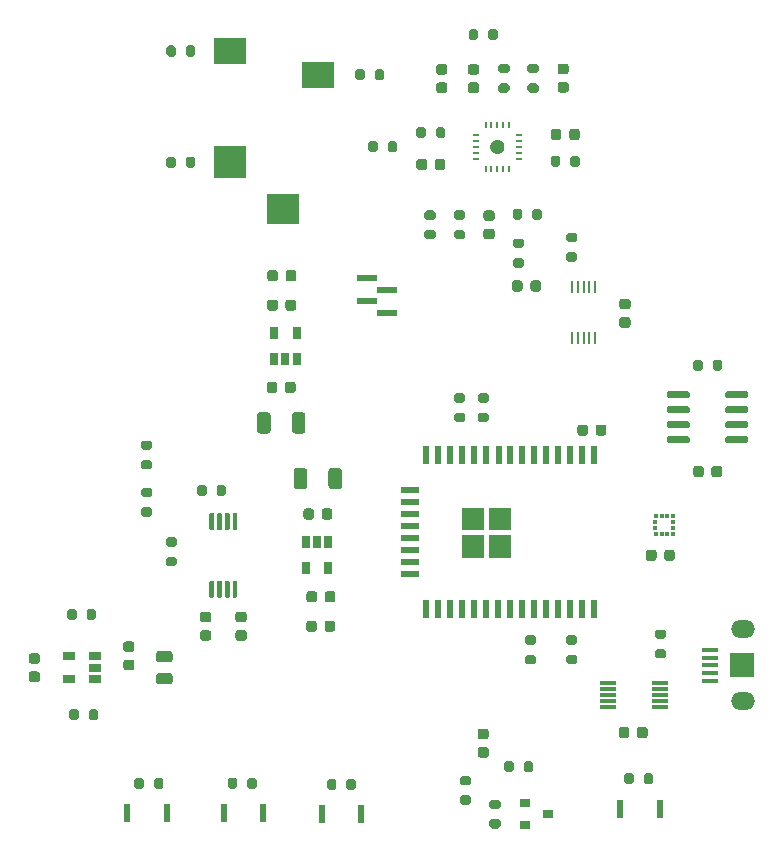
<source format=gbr>
%TF.GenerationSoftware,KiCad,Pcbnew,5.1.10-88a1d61d58~88~ubuntu20.04.1*%
%TF.CreationDate,2021-05-09T11:34:52+02:00*%
%TF.ProjectId,osw-light-modifiedv2,6f73772d-6c69-4676-9874-2d6d6f646966,rev?*%
%TF.SameCoordinates,Original*%
%TF.FileFunction,Paste,Top*%
%TF.FilePolarity,Positive*%
%FSLAX46Y46*%
G04 Gerber Fmt 4.6, Leading zero omitted, Abs format (unit mm)*
G04 Created by KiCad (PCBNEW 5.1.10-88a1d61d58~88~ubuntu20.04.1) date 2021-05-09 11:34:52*
%MOMM*%
%LPD*%
G01*
G04 APERTURE LIST*
%ADD10C,0.127000*%
%ADD11C,0.100000*%
%ADD12R,0.250000X0.500000*%
%ADD13R,0.500000X0.250000*%
%ADD14R,1.350000X0.400000*%
%ADD15O,2.000000X1.500000*%
%ADD16R,2.000000X2.000000*%
%ADD17R,1.400000X0.300000*%
%ADD18R,0.650000X1.060000*%
%ADD19R,0.250000X1.100000*%
%ADD20R,1.524000X0.600000*%
%ADD21R,0.600000X1.524000*%
%ADD22R,0.350000X0.375000*%
%ADD23R,0.375000X0.350000*%
%ADD24R,1.060000X0.650000*%
%ADD25R,0.500000X1.524000*%
%ADD26R,0.900000X0.800000*%
%ADD27R,2.800000X2.800000*%
%ADD28R,2.800000X2.600000*%
%ADD29R,2.800000X2.200000*%
%ADD30R,1.750000X0.600000*%
G04 APERTURE END LIST*
D10*
%TO.C,U3*%
G36*
X148700000Y-50392000D02*
G01*
X148726587Y-50392696D01*
X148753100Y-50394783D01*
X148779469Y-50398254D01*
X148805619Y-50403101D01*
X148831480Y-50409310D01*
X148856981Y-50416863D01*
X148882051Y-50425741D01*
X148906622Y-50435919D01*
X148930627Y-50447369D01*
X148954000Y-50460059D01*
X148976677Y-50473955D01*
X148998595Y-50489019D01*
X149019695Y-50505210D01*
X149039918Y-50522482D01*
X149059210Y-50540790D01*
X149077518Y-50560082D01*
X149094790Y-50580305D01*
X149110981Y-50601405D01*
X149126045Y-50623323D01*
X149139941Y-50646000D01*
X149152631Y-50669373D01*
X149164081Y-50693378D01*
X149174259Y-50717949D01*
X149183137Y-50743019D01*
X149190690Y-50768520D01*
X149196899Y-50794381D01*
X149201746Y-50820531D01*
X149205217Y-50846900D01*
X149207304Y-50873413D01*
X149208000Y-50900000D01*
X149207304Y-50926587D01*
X149205217Y-50953100D01*
X149201746Y-50979469D01*
X149196899Y-51005619D01*
X149190690Y-51031480D01*
X149183137Y-51056981D01*
X149174259Y-51082051D01*
X149164081Y-51106622D01*
X149152631Y-51130627D01*
X149139941Y-51154000D01*
X149126045Y-51176677D01*
X149110981Y-51198595D01*
X149094790Y-51219695D01*
X149077518Y-51239918D01*
X149059210Y-51259210D01*
X149039918Y-51277518D01*
X149019695Y-51294790D01*
X148998595Y-51310981D01*
X148976677Y-51326045D01*
X148954000Y-51339941D01*
X148930627Y-51352631D01*
X148906622Y-51364081D01*
X148882051Y-51374259D01*
X148856981Y-51383137D01*
X148831480Y-51390690D01*
X148805619Y-51396899D01*
X148779469Y-51401746D01*
X148753100Y-51405217D01*
X148726587Y-51407304D01*
X148700000Y-51408000D01*
X148673413Y-51407304D01*
X148646900Y-51405217D01*
X148620531Y-51401746D01*
X148594381Y-51396899D01*
X148568520Y-51390690D01*
X148543019Y-51383137D01*
X148517949Y-51374259D01*
X148493378Y-51364081D01*
X148469373Y-51352631D01*
X148446000Y-51339941D01*
X148423323Y-51326045D01*
X148401405Y-51310981D01*
X148380305Y-51294790D01*
X148360082Y-51277518D01*
X148340790Y-51259210D01*
X148322482Y-51239918D01*
X148305210Y-51219695D01*
X148289019Y-51198595D01*
X148273955Y-51176677D01*
X148260059Y-51154000D01*
X148247369Y-51130627D01*
X148235919Y-51106622D01*
X148225741Y-51082051D01*
X148216863Y-51056981D01*
X148209310Y-51031480D01*
X148203101Y-51005619D01*
X148198254Y-50979469D01*
X148194783Y-50953100D01*
X148192696Y-50926587D01*
X148192000Y-50900000D01*
X148192696Y-50873413D01*
X148194783Y-50846900D01*
X148198254Y-50820531D01*
X148203101Y-50794381D01*
X148209310Y-50768520D01*
X148216863Y-50743019D01*
X148225741Y-50717949D01*
X148235919Y-50693378D01*
X148247369Y-50669373D01*
X148260059Y-50646000D01*
X148273955Y-50623323D01*
X148289019Y-50601405D01*
X148305210Y-50580305D01*
X148322482Y-50560082D01*
X148340790Y-50540790D01*
X148360082Y-50522482D01*
X148380305Y-50505210D01*
X148401405Y-50489019D01*
X148423323Y-50473955D01*
X148446000Y-50460059D01*
X148469373Y-50447369D01*
X148493378Y-50435919D01*
X148517949Y-50425741D01*
X148543019Y-50416863D01*
X148568520Y-50409310D01*
X148594381Y-50403101D01*
X148620531Y-50398254D01*
X148646900Y-50394783D01*
X148673413Y-50392696D01*
X148700000Y-50392000D01*
G37*
X148700000Y-50392000D02*
X148726587Y-50392696D01*
X148753100Y-50394783D01*
X148779469Y-50398254D01*
X148805619Y-50403101D01*
X148831480Y-50409310D01*
X148856981Y-50416863D01*
X148882051Y-50425741D01*
X148906622Y-50435919D01*
X148930627Y-50447369D01*
X148954000Y-50460059D01*
X148976677Y-50473955D01*
X148998595Y-50489019D01*
X149019695Y-50505210D01*
X149039918Y-50522482D01*
X149059210Y-50540790D01*
X149077518Y-50560082D01*
X149094790Y-50580305D01*
X149110981Y-50601405D01*
X149126045Y-50623323D01*
X149139941Y-50646000D01*
X149152631Y-50669373D01*
X149164081Y-50693378D01*
X149174259Y-50717949D01*
X149183137Y-50743019D01*
X149190690Y-50768520D01*
X149196899Y-50794381D01*
X149201746Y-50820531D01*
X149205217Y-50846900D01*
X149207304Y-50873413D01*
X149208000Y-50900000D01*
X149207304Y-50926587D01*
X149205217Y-50953100D01*
X149201746Y-50979469D01*
X149196899Y-51005619D01*
X149190690Y-51031480D01*
X149183137Y-51056981D01*
X149174259Y-51082051D01*
X149164081Y-51106622D01*
X149152631Y-51130627D01*
X149139941Y-51154000D01*
X149126045Y-51176677D01*
X149110981Y-51198595D01*
X149094790Y-51219695D01*
X149077518Y-51239918D01*
X149059210Y-51259210D01*
X149039918Y-51277518D01*
X149019695Y-51294790D01*
X148998595Y-51310981D01*
X148976677Y-51326045D01*
X148954000Y-51339941D01*
X148930627Y-51352631D01*
X148906622Y-51364081D01*
X148882051Y-51374259D01*
X148856981Y-51383137D01*
X148831480Y-51390690D01*
X148805619Y-51396899D01*
X148779469Y-51401746D01*
X148753100Y-51405217D01*
X148726587Y-51407304D01*
X148700000Y-51408000D01*
X148673413Y-51407304D01*
X148646900Y-51405217D01*
X148620531Y-51401746D01*
X148594381Y-51396899D01*
X148568520Y-51390690D01*
X148543019Y-51383137D01*
X148517949Y-51374259D01*
X148493378Y-51364081D01*
X148469373Y-51352631D01*
X148446000Y-51339941D01*
X148423323Y-51326045D01*
X148401405Y-51310981D01*
X148380305Y-51294790D01*
X148360082Y-51277518D01*
X148340790Y-51259210D01*
X148322482Y-51239918D01*
X148305210Y-51219695D01*
X148289019Y-51198595D01*
X148273955Y-51176677D01*
X148260059Y-51154000D01*
X148247369Y-51130627D01*
X148235919Y-51106622D01*
X148225741Y-51082051D01*
X148216863Y-51056981D01*
X148209310Y-51031480D01*
X148203101Y-51005619D01*
X148198254Y-50979469D01*
X148194783Y-50953100D01*
X148192696Y-50926587D01*
X148192000Y-50900000D01*
X148192696Y-50873413D01*
X148194783Y-50846900D01*
X148198254Y-50820531D01*
X148203101Y-50794381D01*
X148209310Y-50768520D01*
X148216863Y-50743019D01*
X148225741Y-50717949D01*
X148235919Y-50693378D01*
X148247369Y-50669373D01*
X148260059Y-50646000D01*
X148273955Y-50623323D01*
X148289019Y-50601405D01*
X148305210Y-50580305D01*
X148322482Y-50560082D01*
X148340790Y-50540790D01*
X148360082Y-50522482D01*
X148380305Y-50505210D01*
X148401405Y-50489019D01*
X148423323Y-50473955D01*
X148446000Y-50460059D01*
X148469373Y-50447369D01*
X148493378Y-50435919D01*
X148517949Y-50425741D01*
X148543019Y-50416863D01*
X148568520Y-50409310D01*
X148594381Y-50403101D01*
X148620531Y-50398254D01*
X148646900Y-50394783D01*
X148673413Y-50392696D01*
X148700000Y-50392000D01*
D11*
%TO.C,U6*%
G36*
X145700000Y-83300000D02*
G01*
X145700000Y-81500000D01*
X147500000Y-81500000D01*
X147500000Y-83300000D01*
X145700000Y-83300000D01*
G37*
X145700000Y-83300000D02*
X145700000Y-81500000D01*
X147500000Y-81500000D01*
X147500000Y-83300000D01*
X145700000Y-83300000D01*
G36*
X145700000Y-85600000D02*
G01*
X145700000Y-83800000D01*
X147500000Y-83800000D01*
X147500000Y-85600000D01*
X145700000Y-85600000D01*
G37*
X145700000Y-85600000D02*
X145700000Y-83800000D01*
X147500000Y-83800000D01*
X147500000Y-85600000D01*
X145700000Y-85600000D01*
G36*
X148000000Y-85600000D02*
G01*
X148000000Y-83800000D01*
X149800000Y-83800000D01*
X149800000Y-85600000D01*
X148000000Y-85600000D01*
G37*
X148000000Y-85600000D02*
X148000000Y-83800000D01*
X149800000Y-83800000D01*
X149800000Y-85600000D01*
X148000000Y-85600000D01*
G36*
X148000000Y-83300000D02*
G01*
X148000000Y-81500000D01*
X149800000Y-81500000D01*
X149800000Y-83300000D01*
X148000000Y-83300000D01*
G37*
X148000000Y-83300000D02*
X148000000Y-81500000D01*
X149800000Y-81500000D01*
X149800000Y-83300000D01*
X148000000Y-83300000D01*
%TD*%
D12*
%TO.C,U3*%
X147700000Y-49050000D03*
X148200000Y-49050000D03*
X148700000Y-49050000D03*
X149200000Y-49050000D03*
X149700000Y-49050000D03*
D13*
X150550000Y-49900000D03*
X150550000Y-50400000D03*
X150550000Y-50900000D03*
X150550000Y-51400000D03*
X150550000Y-51900000D03*
D12*
X149700000Y-52750000D03*
X149200000Y-52750000D03*
X148700000Y-52750000D03*
X148200000Y-52750000D03*
X147700000Y-52750000D03*
D13*
X146850000Y-51900000D03*
X146850000Y-51400000D03*
X146850000Y-50900000D03*
X146850000Y-50400000D03*
X146850000Y-49900000D03*
%TD*%
D14*
%TO.C,U12*%
X166725000Y-93500000D03*
X166725000Y-94150000D03*
X166725000Y-94800000D03*
X166725000Y-95450000D03*
X166725000Y-96100000D03*
D15*
X169527000Y-91752000D03*
D16*
X169400000Y-94800000D03*
D15*
X169527000Y-97848000D03*
%TD*%
D17*
%TO.C,U11*%
X158100000Y-96300000D03*
X158100000Y-96800000D03*
X158100000Y-97300000D03*
X158100000Y-97800000D03*
X158100000Y-98300000D03*
X162500000Y-98300000D03*
X162500000Y-97800000D03*
X162500000Y-97300000D03*
X162500000Y-96800000D03*
X162500000Y-96300000D03*
%TD*%
D18*
%TO.C,U9*%
X129810000Y-66680000D03*
X131710000Y-66680000D03*
X131710000Y-68880000D03*
X130760000Y-68880000D03*
X129810000Y-68880000D03*
%TD*%
%TO.C,U8*%
X134390000Y-86600000D03*
X132490000Y-86600000D03*
X132490000Y-84400000D03*
X133440000Y-84400000D03*
X134390000Y-84400000D03*
%TD*%
D19*
%TO.C,U7*%
X157000000Y-67050000D03*
X156500000Y-67050000D03*
X156000000Y-67050000D03*
X155500000Y-67050000D03*
X155000000Y-67050000D03*
X155000000Y-62750000D03*
X155500000Y-62750000D03*
X156000000Y-62750000D03*
X156500000Y-62750000D03*
X157000000Y-62750000D03*
%TD*%
D20*
%TO.C,U6*%
X141300000Y-87056000D03*
X141300000Y-86040000D03*
X141300000Y-85024000D03*
X141300000Y-84008000D03*
X141300000Y-82992000D03*
X141300000Y-81976000D03*
X141300000Y-80960000D03*
X141300000Y-79944000D03*
D21*
X150816000Y-90000000D03*
X156912000Y-90000000D03*
X147768000Y-90000000D03*
X148784000Y-90000000D03*
X155896000Y-90000000D03*
X154880000Y-90000000D03*
X153864000Y-90000000D03*
X152848000Y-90000000D03*
X142688000Y-90000000D03*
X143704000Y-90000000D03*
X149800000Y-90000000D03*
X145736000Y-90000000D03*
X151832000Y-90000000D03*
X146752000Y-90000000D03*
X144720000Y-90000000D03*
X156912000Y-77000000D03*
X155896000Y-77000000D03*
X154880000Y-77000000D03*
X153864000Y-77000000D03*
X152848000Y-77000000D03*
X151832000Y-77000000D03*
X150816000Y-77000000D03*
X149800000Y-77000000D03*
X148800000Y-77000000D03*
X147768000Y-77000000D03*
X146752000Y-77000000D03*
X145736000Y-77000000D03*
X144720000Y-77000000D03*
X143704000Y-77000000D03*
X142688000Y-77000000D03*
%TD*%
%TO.C,U5*%
G36*
G01*
X126375000Y-81900000D02*
X126575000Y-81900000D01*
G75*
G02*
X126675000Y-82000000I0J-100000D01*
G01*
X126675000Y-83275000D01*
G75*
G02*
X126575000Y-83375000I-100000J0D01*
G01*
X126375000Y-83375000D01*
G75*
G02*
X126275000Y-83275000I0J100000D01*
G01*
X126275000Y-82000000D01*
G75*
G02*
X126375000Y-81900000I100000J0D01*
G01*
G37*
G36*
G01*
X125725000Y-81900000D02*
X125925000Y-81900000D01*
G75*
G02*
X126025000Y-82000000I0J-100000D01*
G01*
X126025000Y-83275000D01*
G75*
G02*
X125925000Y-83375000I-100000J0D01*
G01*
X125725000Y-83375000D01*
G75*
G02*
X125625000Y-83275000I0J100000D01*
G01*
X125625000Y-82000000D01*
G75*
G02*
X125725000Y-81900000I100000J0D01*
G01*
G37*
G36*
G01*
X125075000Y-81900000D02*
X125275000Y-81900000D01*
G75*
G02*
X125375000Y-82000000I0J-100000D01*
G01*
X125375000Y-83275000D01*
G75*
G02*
X125275000Y-83375000I-100000J0D01*
G01*
X125075000Y-83375000D01*
G75*
G02*
X124975000Y-83275000I0J100000D01*
G01*
X124975000Y-82000000D01*
G75*
G02*
X125075000Y-81900000I100000J0D01*
G01*
G37*
G36*
G01*
X124425000Y-81900000D02*
X124625000Y-81900000D01*
G75*
G02*
X124725000Y-82000000I0J-100000D01*
G01*
X124725000Y-83275000D01*
G75*
G02*
X124625000Y-83375000I-100000J0D01*
G01*
X124425000Y-83375000D01*
G75*
G02*
X124325000Y-83275000I0J100000D01*
G01*
X124325000Y-82000000D01*
G75*
G02*
X124425000Y-81900000I100000J0D01*
G01*
G37*
G36*
G01*
X124425000Y-87625000D02*
X124625000Y-87625000D01*
G75*
G02*
X124725000Y-87725000I0J-100000D01*
G01*
X124725000Y-89000000D01*
G75*
G02*
X124625000Y-89100000I-100000J0D01*
G01*
X124425000Y-89100000D01*
G75*
G02*
X124325000Y-89000000I0J100000D01*
G01*
X124325000Y-87725000D01*
G75*
G02*
X124425000Y-87625000I100000J0D01*
G01*
G37*
G36*
G01*
X125075000Y-87625000D02*
X125275000Y-87625000D01*
G75*
G02*
X125375000Y-87725000I0J-100000D01*
G01*
X125375000Y-89000000D01*
G75*
G02*
X125275000Y-89100000I-100000J0D01*
G01*
X125075000Y-89100000D01*
G75*
G02*
X124975000Y-89000000I0J100000D01*
G01*
X124975000Y-87725000D01*
G75*
G02*
X125075000Y-87625000I100000J0D01*
G01*
G37*
G36*
G01*
X125725000Y-87625000D02*
X125925000Y-87625000D01*
G75*
G02*
X126025000Y-87725000I0J-100000D01*
G01*
X126025000Y-89000000D01*
G75*
G02*
X125925000Y-89100000I-100000J0D01*
G01*
X125725000Y-89100000D01*
G75*
G02*
X125625000Y-89000000I0J100000D01*
G01*
X125625000Y-87725000D01*
G75*
G02*
X125725000Y-87625000I100000J0D01*
G01*
G37*
G36*
G01*
X126375000Y-87625000D02*
X126575000Y-87625000D01*
G75*
G02*
X126675000Y-87725000I0J-100000D01*
G01*
X126675000Y-89000000D01*
G75*
G02*
X126575000Y-89100000I-100000J0D01*
G01*
X126375000Y-89100000D01*
G75*
G02*
X126275000Y-89000000I0J100000D01*
G01*
X126275000Y-87725000D01*
G75*
G02*
X126375000Y-87625000I100000J0D01*
G01*
G37*
%TD*%
D22*
%TO.C,U4*%
X163100000Y-82167500D03*
X162600000Y-82167500D03*
X163100000Y-83692500D03*
X162600000Y-83692500D03*
X162100000Y-82167500D03*
X162100000Y-83692500D03*
X163600000Y-82167500D03*
X163600000Y-83692500D03*
D23*
X162087500Y-82680000D03*
X162087500Y-83180000D03*
X163612500Y-83180000D03*
X163612500Y-82680000D03*
%TD*%
D24*
%TO.C,U2*%
X114600000Y-95950000D03*
X114600000Y-95000000D03*
X114600000Y-94050000D03*
X112400000Y-94050000D03*
X112400000Y-95950000D03*
%TD*%
%TO.C,U1*%
G36*
G01*
X165000000Y-75555000D02*
X165000000Y-75855000D01*
G75*
G02*
X164850000Y-76005000I-150000J0D01*
G01*
X163200000Y-76005000D01*
G75*
G02*
X163050000Y-75855000I0J150000D01*
G01*
X163050000Y-75555000D01*
G75*
G02*
X163200000Y-75405000I150000J0D01*
G01*
X164850000Y-75405000D01*
G75*
G02*
X165000000Y-75555000I0J-150000D01*
G01*
G37*
G36*
G01*
X165000000Y-74285000D02*
X165000000Y-74585000D01*
G75*
G02*
X164850000Y-74735000I-150000J0D01*
G01*
X163200000Y-74735000D01*
G75*
G02*
X163050000Y-74585000I0J150000D01*
G01*
X163050000Y-74285000D01*
G75*
G02*
X163200000Y-74135000I150000J0D01*
G01*
X164850000Y-74135000D01*
G75*
G02*
X165000000Y-74285000I0J-150000D01*
G01*
G37*
G36*
G01*
X165000000Y-73015000D02*
X165000000Y-73315000D01*
G75*
G02*
X164850000Y-73465000I-150000J0D01*
G01*
X163200000Y-73465000D01*
G75*
G02*
X163050000Y-73315000I0J150000D01*
G01*
X163050000Y-73015000D01*
G75*
G02*
X163200000Y-72865000I150000J0D01*
G01*
X164850000Y-72865000D01*
G75*
G02*
X165000000Y-73015000I0J-150000D01*
G01*
G37*
G36*
G01*
X165000000Y-71745000D02*
X165000000Y-72045000D01*
G75*
G02*
X164850000Y-72195000I-150000J0D01*
G01*
X163200000Y-72195000D01*
G75*
G02*
X163050000Y-72045000I0J150000D01*
G01*
X163050000Y-71745000D01*
G75*
G02*
X163200000Y-71595000I150000J0D01*
G01*
X164850000Y-71595000D01*
G75*
G02*
X165000000Y-71745000I0J-150000D01*
G01*
G37*
G36*
G01*
X169950000Y-71745000D02*
X169950000Y-72045000D01*
G75*
G02*
X169800000Y-72195000I-150000J0D01*
G01*
X168150000Y-72195000D01*
G75*
G02*
X168000000Y-72045000I0J150000D01*
G01*
X168000000Y-71745000D01*
G75*
G02*
X168150000Y-71595000I150000J0D01*
G01*
X169800000Y-71595000D01*
G75*
G02*
X169950000Y-71745000I0J-150000D01*
G01*
G37*
G36*
G01*
X169950000Y-73015000D02*
X169950000Y-73315000D01*
G75*
G02*
X169800000Y-73465000I-150000J0D01*
G01*
X168150000Y-73465000D01*
G75*
G02*
X168000000Y-73315000I0J150000D01*
G01*
X168000000Y-73015000D01*
G75*
G02*
X168150000Y-72865000I150000J0D01*
G01*
X169800000Y-72865000D01*
G75*
G02*
X169950000Y-73015000I0J-150000D01*
G01*
G37*
G36*
G01*
X169950000Y-74285000D02*
X169950000Y-74585000D01*
G75*
G02*
X169800000Y-74735000I-150000J0D01*
G01*
X168150000Y-74735000D01*
G75*
G02*
X168000000Y-74585000I0J150000D01*
G01*
X168000000Y-74285000D01*
G75*
G02*
X168150000Y-74135000I150000J0D01*
G01*
X169800000Y-74135000D01*
G75*
G02*
X169950000Y-74285000I0J-150000D01*
G01*
G37*
G36*
G01*
X169950000Y-75555000D02*
X169950000Y-75855000D01*
G75*
G02*
X169800000Y-76005000I-150000J0D01*
G01*
X168150000Y-76005000D01*
G75*
G02*
X168000000Y-75855000I0J150000D01*
G01*
X168000000Y-75555000D01*
G75*
G02*
X168150000Y-75405000I150000J0D01*
G01*
X169800000Y-75405000D01*
G75*
G02*
X169950000Y-75555000I0J-150000D01*
G01*
G37*
%TD*%
D25*
%TO.C,SW4*%
X137190001Y-107366999D03*
X133840001Y-107366999D03*
%TD*%
%TO.C,SW3*%
X162460001Y-106996999D03*
X159110001Y-106996999D03*
%TD*%
%TO.C,SW2*%
X120710001Y-107346999D03*
X117360001Y-107346999D03*
%TD*%
%TO.C,SW1*%
X128875000Y-107330000D03*
X125525000Y-107330000D03*
%TD*%
%TO.C,R33*%
G36*
G01*
X150925000Y-103675000D02*
X150925000Y-103125000D01*
G75*
G02*
X151125000Y-102925000I200000J0D01*
G01*
X151525000Y-102925000D01*
G75*
G02*
X151725000Y-103125000I0J-200000D01*
G01*
X151725000Y-103675000D01*
G75*
G02*
X151525000Y-103875000I-200000J0D01*
G01*
X151125000Y-103875000D01*
G75*
G02*
X150925000Y-103675000I0J200000D01*
G01*
G37*
G36*
G01*
X149275000Y-103675000D02*
X149275000Y-103125000D01*
G75*
G02*
X149475000Y-102925000I200000J0D01*
G01*
X149875000Y-102925000D01*
G75*
G02*
X150075000Y-103125000I0J-200000D01*
G01*
X150075000Y-103675000D01*
G75*
G02*
X149875000Y-103875000I-200000J0D01*
G01*
X149475000Y-103875000D01*
G75*
G02*
X149275000Y-103675000I0J200000D01*
G01*
G37*
%TD*%
%TO.C,R32*%
G36*
G01*
X162775000Y-92575000D02*
X162225000Y-92575000D01*
G75*
G02*
X162025000Y-92375000I0J200000D01*
G01*
X162025000Y-91975000D01*
G75*
G02*
X162225000Y-91775000I200000J0D01*
G01*
X162775000Y-91775000D01*
G75*
G02*
X162975000Y-91975000I0J-200000D01*
G01*
X162975000Y-92375000D01*
G75*
G02*
X162775000Y-92575000I-200000J0D01*
G01*
G37*
G36*
G01*
X162775000Y-94225000D02*
X162225000Y-94225000D01*
G75*
G02*
X162025000Y-94025000I0J200000D01*
G01*
X162025000Y-93625000D01*
G75*
G02*
X162225000Y-93425000I200000J0D01*
G01*
X162775000Y-93425000D01*
G75*
G02*
X162975000Y-93625000I0J-200000D01*
G01*
X162975000Y-94025000D01*
G75*
G02*
X162775000Y-94225000I-200000J0D01*
G01*
G37*
%TD*%
%TO.C,R31*%
G36*
G01*
X135075000Y-104625000D02*
X135075000Y-105175000D01*
G75*
G02*
X134875000Y-105375000I-200000J0D01*
G01*
X134475000Y-105375000D01*
G75*
G02*
X134275000Y-105175000I0J200000D01*
G01*
X134275000Y-104625000D01*
G75*
G02*
X134475000Y-104425000I200000J0D01*
G01*
X134875000Y-104425000D01*
G75*
G02*
X135075000Y-104625000I0J-200000D01*
G01*
G37*
G36*
G01*
X136725000Y-104625000D02*
X136725000Y-105175000D01*
G75*
G02*
X136525000Y-105375000I-200000J0D01*
G01*
X136125000Y-105375000D01*
G75*
G02*
X135925000Y-105175000I0J200000D01*
G01*
X135925000Y-104625000D01*
G75*
G02*
X136125000Y-104425000I200000J0D01*
G01*
X136525000Y-104425000D01*
G75*
G02*
X136725000Y-104625000I0J-200000D01*
G01*
G37*
%TD*%
%TO.C,R30*%
G36*
G01*
X145225000Y-73425000D02*
X145775000Y-73425000D01*
G75*
G02*
X145975000Y-73625000I0J-200000D01*
G01*
X145975000Y-74025000D01*
G75*
G02*
X145775000Y-74225000I-200000J0D01*
G01*
X145225000Y-74225000D01*
G75*
G02*
X145025000Y-74025000I0J200000D01*
G01*
X145025000Y-73625000D01*
G75*
G02*
X145225000Y-73425000I200000J0D01*
G01*
G37*
G36*
G01*
X145225000Y-71775000D02*
X145775000Y-71775000D01*
G75*
G02*
X145975000Y-71975000I0J-200000D01*
G01*
X145975000Y-72375000D01*
G75*
G02*
X145775000Y-72575000I-200000J0D01*
G01*
X145225000Y-72575000D01*
G75*
G02*
X145025000Y-72375000I0J200000D01*
G01*
X145025000Y-71975000D01*
G75*
G02*
X145225000Y-71775000I200000J0D01*
G01*
G37*
%TD*%
%TO.C,R29*%
G36*
G01*
X155275000Y-93075000D02*
X154725000Y-93075000D01*
G75*
G02*
X154525000Y-92875000I0J200000D01*
G01*
X154525000Y-92475000D01*
G75*
G02*
X154725000Y-92275000I200000J0D01*
G01*
X155275000Y-92275000D01*
G75*
G02*
X155475000Y-92475000I0J-200000D01*
G01*
X155475000Y-92875000D01*
G75*
G02*
X155275000Y-93075000I-200000J0D01*
G01*
G37*
G36*
G01*
X155275000Y-94725000D02*
X154725000Y-94725000D01*
G75*
G02*
X154525000Y-94525000I0J200000D01*
G01*
X154525000Y-94125000D01*
G75*
G02*
X154725000Y-93925000I200000J0D01*
G01*
X155275000Y-93925000D01*
G75*
G02*
X155475000Y-94125000I0J-200000D01*
G01*
X155475000Y-94525000D01*
G75*
G02*
X155275000Y-94725000I-200000J0D01*
G01*
G37*
%TD*%
%TO.C,R28*%
G36*
G01*
X160250000Y-104125000D02*
X160250000Y-104675000D01*
G75*
G02*
X160050000Y-104875000I-200000J0D01*
G01*
X159650000Y-104875000D01*
G75*
G02*
X159450000Y-104675000I0J200000D01*
G01*
X159450000Y-104125000D01*
G75*
G02*
X159650000Y-103925000I200000J0D01*
G01*
X160050000Y-103925000D01*
G75*
G02*
X160250000Y-104125000I0J-200000D01*
G01*
G37*
G36*
G01*
X161900000Y-104125000D02*
X161900000Y-104675000D01*
G75*
G02*
X161700000Y-104875000I-200000J0D01*
G01*
X161300000Y-104875000D01*
G75*
G02*
X161100000Y-104675000I0J200000D01*
G01*
X161100000Y-104125000D01*
G75*
G02*
X161300000Y-103925000I200000J0D01*
G01*
X161700000Y-103925000D01*
G75*
G02*
X161900000Y-104125000I0J-200000D01*
G01*
G37*
%TD*%
%TO.C,R27*%
G36*
G01*
X147225000Y-73425000D02*
X147775000Y-73425000D01*
G75*
G02*
X147975000Y-73625000I0J-200000D01*
G01*
X147975000Y-74025000D01*
G75*
G02*
X147775000Y-74225000I-200000J0D01*
G01*
X147225000Y-74225000D01*
G75*
G02*
X147025000Y-74025000I0J200000D01*
G01*
X147025000Y-73625000D01*
G75*
G02*
X147225000Y-73425000I200000J0D01*
G01*
G37*
G36*
G01*
X147225000Y-71775000D02*
X147775000Y-71775000D01*
G75*
G02*
X147975000Y-71975000I0J-200000D01*
G01*
X147975000Y-72375000D01*
G75*
G02*
X147775000Y-72575000I-200000J0D01*
G01*
X147225000Y-72575000D01*
G75*
G02*
X147025000Y-72375000I0J200000D01*
G01*
X147025000Y-71975000D01*
G75*
G02*
X147225000Y-71775000I200000J0D01*
G01*
G37*
%TD*%
%TO.C,R26*%
G36*
G01*
X151775000Y-93075000D02*
X151225000Y-93075000D01*
G75*
G02*
X151025000Y-92875000I0J200000D01*
G01*
X151025000Y-92475000D01*
G75*
G02*
X151225000Y-92275000I200000J0D01*
G01*
X151775000Y-92275000D01*
G75*
G02*
X151975000Y-92475000I0J-200000D01*
G01*
X151975000Y-92875000D01*
G75*
G02*
X151775000Y-93075000I-200000J0D01*
G01*
G37*
G36*
G01*
X151775000Y-94725000D02*
X151225000Y-94725000D01*
G75*
G02*
X151025000Y-94525000I0J200000D01*
G01*
X151025000Y-94125000D01*
G75*
G02*
X151225000Y-93925000I200000J0D01*
G01*
X151775000Y-93925000D01*
G75*
G02*
X151975000Y-94125000I0J-200000D01*
G01*
X151975000Y-94525000D01*
G75*
G02*
X151775000Y-94725000I-200000J0D01*
G01*
G37*
%TD*%
%TO.C,R25*%
G36*
G01*
X118775000Y-104525000D02*
X118775000Y-105075000D01*
G75*
G02*
X118575000Y-105275000I-200000J0D01*
G01*
X118175000Y-105275000D01*
G75*
G02*
X117975000Y-105075000I0J200000D01*
G01*
X117975000Y-104525000D01*
G75*
G02*
X118175000Y-104325000I200000J0D01*
G01*
X118575000Y-104325000D01*
G75*
G02*
X118775000Y-104525000I0J-200000D01*
G01*
G37*
G36*
G01*
X120425000Y-104525000D02*
X120425000Y-105075000D01*
G75*
G02*
X120225000Y-105275000I-200000J0D01*
G01*
X119825000Y-105275000D01*
G75*
G02*
X119625000Y-105075000I0J200000D01*
G01*
X119625000Y-104525000D01*
G75*
G02*
X119825000Y-104325000I200000J0D01*
G01*
X120225000Y-104325000D01*
G75*
G02*
X120425000Y-104525000I0J-200000D01*
G01*
G37*
%TD*%
%TO.C,R24*%
G36*
G01*
X126675000Y-104525000D02*
X126675000Y-105075000D01*
G75*
G02*
X126475000Y-105275000I-200000J0D01*
G01*
X126075000Y-105275000D01*
G75*
G02*
X125875000Y-105075000I0J200000D01*
G01*
X125875000Y-104525000D01*
G75*
G02*
X126075000Y-104325000I200000J0D01*
G01*
X126475000Y-104325000D01*
G75*
G02*
X126675000Y-104525000I0J-200000D01*
G01*
G37*
G36*
G01*
X128325000Y-104525000D02*
X128325000Y-105075000D01*
G75*
G02*
X128125000Y-105275000I-200000J0D01*
G01*
X127725000Y-105275000D01*
G75*
G02*
X127525000Y-105075000I0J200000D01*
G01*
X127525000Y-104525000D01*
G75*
G02*
X127725000Y-104325000I200000J0D01*
G01*
X128125000Y-104325000D01*
G75*
G02*
X128325000Y-104525000I0J-200000D01*
G01*
G37*
%TD*%
%TO.C,R23*%
G36*
G01*
X148775000Y-106975000D02*
X148225000Y-106975000D01*
G75*
G02*
X148025000Y-106775000I0J200000D01*
G01*
X148025000Y-106375000D01*
G75*
G02*
X148225000Y-106175000I200000J0D01*
G01*
X148775000Y-106175000D01*
G75*
G02*
X148975000Y-106375000I0J-200000D01*
G01*
X148975000Y-106775000D01*
G75*
G02*
X148775000Y-106975000I-200000J0D01*
G01*
G37*
G36*
G01*
X148775000Y-108625000D02*
X148225000Y-108625000D01*
G75*
G02*
X148025000Y-108425000I0J200000D01*
G01*
X148025000Y-108025000D01*
G75*
G02*
X148225000Y-107825000I200000J0D01*
G01*
X148775000Y-107825000D01*
G75*
G02*
X148975000Y-108025000I0J-200000D01*
G01*
X148975000Y-108425000D01*
G75*
G02*
X148775000Y-108625000I-200000J0D01*
G01*
G37*
%TD*%
%TO.C,R22*%
G36*
G01*
X146275000Y-104975000D02*
X145725000Y-104975000D01*
G75*
G02*
X145525000Y-104775000I0J200000D01*
G01*
X145525000Y-104375000D01*
G75*
G02*
X145725000Y-104175000I200000J0D01*
G01*
X146275000Y-104175000D01*
G75*
G02*
X146475000Y-104375000I0J-200000D01*
G01*
X146475000Y-104775000D01*
G75*
G02*
X146275000Y-104975000I-200000J0D01*
G01*
G37*
G36*
G01*
X146275000Y-106625000D02*
X145725000Y-106625000D01*
G75*
G02*
X145525000Y-106425000I0J200000D01*
G01*
X145525000Y-106025000D01*
G75*
G02*
X145725000Y-105825000I200000J0D01*
G01*
X146275000Y-105825000D01*
G75*
G02*
X146475000Y-106025000I0J-200000D01*
G01*
X146475000Y-106425000D01*
G75*
G02*
X146275000Y-106625000I-200000J0D01*
G01*
G37*
%TD*%
%TO.C,R21*%
G36*
G01*
X119275000Y-76575000D02*
X118725000Y-76575000D01*
G75*
G02*
X118525000Y-76375000I0J200000D01*
G01*
X118525000Y-75975000D01*
G75*
G02*
X118725000Y-75775000I200000J0D01*
G01*
X119275000Y-75775000D01*
G75*
G02*
X119475000Y-75975000I0J-200000D01*
G01*
X119475000Y-76375000D01*
G75*
G02*
X119275000Y-76575000I-200000J0D01*
G01*
G37*
G36*
G01*
X119275000Y-78225000D02*
X118725000Y-78225000D01*
G75*
G02*
X118525000Y-78025000I0J200000D01*
G01*
X118525000Y-77625000D01*
G75*
G02*
X118725000Y-77425000I200000J0D01*
G01*
X119275000Y-77425000D01*
G75*
G02*
X119475000Y-77625000I0J-200000D01*
G01*
X119475000Y-78025000D01*
G75*
G02*
X119275000Y-78225000I-200000J0D01*
G01*
G37*
%TD*%
%TO.C,R20*%
G36*
G01*
X119275000Y-80575000D02*
X118725000Y-80575000D01*
G75*
G02*
X118525000Y-80375000I0J200000D01*
G01*
X118525000Y-79975000D01*
G75*
G02*
X118725000Y-79775000I200000J0D01*
G01*
X119275000Y-79775000D01*
G75*
G02*
X119475000Y-79975000I0J-200000D01*
G01*
X119475000Y-80375000D01*
G75*
G02*
X119275000Y-80575000I-200000J0D01*
G01*
G37*
G36*
G01*
X119275000Y-82225000D02*
X118725000Y-82225000D01*
G75*
G02*
X118525000Y-82025000I0J200000D01*
G01*
X118525000Y-81625000D01*
G75*
G02*
X118725000Y-81425000I200000J0D01*
G01*
X119275000Y-81425000D01*
G75*
G02*
X119475000Y-81625000I0J-200000D01*
G01*
X119475000Y-82025000D01*
G75*
G02*
X119275000Y-82225000I-200000J0D01*
G01*
G37*
%TD*%
%TO.C,R19*%
G36*
G01*
X154875000Y-52415000D02*
X154875000Y-51865000D01*
G75*
G02*
X155075000Y-51665000I200000J0D01*
G01*
X155475000Y-51665000D01*
G75*
G02*
X155675000Y-51865000I0J-200000D01*
G01*
X155675000Y-52415000D01*
G75*
G02*
X155475000Y-52615000I-200000J0D01*
G01*
X155075000Y-52615000D01*
G75*
G02*
X154875000Y-52415000I0J200000D01*
G01*
G37*
G36*
G01*
X153225000Y-52415000D02*
X153225000Y-51865000D01*
G75*
G02*
X153425000Y-51665000I200000J0D01*
G01*
X153825000Y-51665000D01*
G75*
G02*
X154025000Y-51865000I0J-200000D01*
G01*
X154025000Y-52415000D01*
G75*
G02*
X153825000Y-52615000I-200000J0D01*
G01*
X153425000Y-52615000D01*
G75*
G02*
X153225000Y-52415000I0J200000D01*
G01*
G37*
%TD*%
%TO.C,R18*%
G36*
G01*
X151995000Y-44675000D02*
X151445000Y-44675000D01*
G75*
G02*
X151245000Y-44475000I0J200000D01*
G01*
X151245000Y-44075000D01*
G75*
G02*
X151445000Y-43875000I200000J0D01*
G01*
X151995000Y-43875000D01*
G75*
G02*
X152195000Y-44075000I0J-200000D01*
G01*
X152195000Y-44475000D01*
G75*
G02*
X151995000Y-44675000I-200000J0D01*
G01*
G37*
G36*
G01*
X151995000Y-46325000D02*
X151445000Y-46325000D01*
G75*
G02*
X151245000Y-46125000I0J200000D01*
G01*
X151245000Y-45725000D01*
G75*
G02*
X151445000Y-45525000I200000J0D01*
G01*
X151995000Y-45525000D01*
G75*
G02*
X152195000Y-45725000I0J-200000D01*
G01*
X152195000Y-46125000D01*
G75*
G02*
X151995000Y-46325000I-200000J0D01*
G01*
G37*
%TD*%
%TO.C,R17*%
G36*
G01*
X147925000Y-41675000D02*
X147925000Y-41125000D01*
G75*
G02*
X148125000Y-40925000I200000J0D01*
G01*
X148525000Y-40925000D01*
G75*
G02*
X148725000Y-41125000I0J-200000D01*
G01*
X148725000Y-41675000D01*
G75*
G02*
X148525000Y-41875000I-200000J0D01*
G01*
X148125000Y-41875000D01*
G75*
G02*
X147925000Y-41675000I0J200000D01*
G01*
G37*
G36*
G01*
X146275000Y-41675000D02*
X146275000Y-41125000D01*
G75*
G02*
X146475000Y-40925000I200000J0D01*
G01*
X146875000Y-40925000D01*
G75*
G02*
X147075000Y-41125000I0J-200000D01*
G01*
X147075000Y-41675000D01*
G75*
G02*
X146875000Y-41875000I-200000J0D01*
G01*
X146475000Y-41875000D01*
G75*
G02*
X146275000Y-41675000I0J200000D01*
G01*
G37*
%TD*%
%TO.C,R16*%
G36*
G01*
X149535000Y-44675000D02*
X148985000Y-44675000D01*
G75*
G02*
X148785000Y-44475000I0J200000D01*
G01*
X148785000Y-44075000D01*
G75*
G02*
X148985000Y-43875000I200000J0D01*
G01*
X149535000Y-43875000D01*
G75*
G02*
X149735000Y-44075000I0J-200000D01*
G01*
X149735000Y-44475000D01*
G75*
G02*
X149535000Y-44675000I-200000J0D01*
G01*
G37*
G36*
G01*
X149535000Y-46325000D02*
X148985000Y-46325000D01*
G75*
G02*
X148785000Y-46125000I0J200000D01*
G01*
X148785000Y-45725000D01*
G75*
G02*
X148985000Y-45525000I200000J0D01*
G01*
X149535000Y-45525000D01*
G75*
G02*
X149735000Y-45725000I0J-200000D01*
G01*
X149735000Y-46125000D01*
G75*
G02*
X149535000Y-46325000I-200000J0D01*
G01*
G37*
%TD*%
%TO.C,R15*%
G36*
G01*
X120825000Y-85625000D02*
X121375000Y-85625000D01*
G75*
G02*
X121575000Y-85825000I0J-200000D01*
G01*
X121575000Y-86225000D01*
G75*
G02*
X121375000Y-86425000I-200000J0D01*
G01*
X120825000Y-86425000D01*
G75*
G02*
X120625000Y-86225000I0J200000D01*
G01*
X120625000Y-85825000D01*
G75*
G02*
X120825000Y-85625000I200000J0D01*
G01*
G37*
G36*
G01*
X120825000Y-83975000D02*
X121375000Y-83975000D01*
G75*
G02*
X121575000Y-84175000I0J-200000D01*
G01*
X121575000Y-84575000D01*
G75*
G02*
X121375000Y-84775000I-200000J0D01*
G01*
X120825000Y-84775000D01*
G75*
G02*
X120625000Y-84575000I0J200000D01*
G01*
X120625000Y-84175000D01*
G75*
G02*
X120825000Y-83975000I200000J0D01*
G01*
G37*
%TD*%
%TO.C,R14*%
G36*
G01*
X124925000Y-80275000D02*
X124925000Y-79725000D01*
G75*
G02*
X125125000Y-79525000I200000J0D01*
G01*
X125525000Y-79525000D01*
G75*
G02*
X125725000Y-79725000I0J-200000D01*
G01*
X125725000Y-80275000D01*
G75*
G02*
X125525000Y-80475000I-200000J0D01*
G01*
X125125000Y-80475000D01*
G75*
G02*
X124925000Y-80275000I0J200000D01*
G01*
G37*
G36*
G01*
X123275000Y-80275000D02*
X123275000Y-79725000D01*
G75*
G02*
X123475000Y-79525000I200000J0D01*
G01*
X123875000Y-79525000D01*
G75*
G02*
X124075000Y-79725000I0J-200000D01*
G01*
X124075000Y-80275000D01*
G75*
G02*
X123875000Y-80475000I-200000J0D01*
G01*
X123475000Y-80475000D01*
G75*
G02*
X123275000Y-80275000I0J200000D01*
G01*
G37*
%TD*%
%TO.C,R13*%
G36*
G01*
X166075000Y-69125000D02*
X166075000Y-69675000D01*
G75*
G02*
X165875000Y-69875000I-200000J0D01*
G01*
X165475000Y-69875000D01*
G75*
G02*
X165275000Y-69675000I0J200000D01*
G01*
X165275000Y-69125000D01*
G75*
G02*
X165475000Y-68925000I200000J0D01*
G01*
X165875000Y-68925000D01*
G75*
G02*
X166075000Y-69125000I0J-200000D01*
G01*
G37*
G36*
G01*
X167725000Y-69125000D02*
X167725000Y-69675000D01*
G75*
G02*
X167525000Y-69875000I-200000J0D01*
G01*
X167125000Y-69875000D01*
G75*
G02*
X166925000Y-69675000I0J200000D01*
G01*
X166925000Y-69125000D01*
G75*
G02*
X167125000Y-68925000I200000J0D01*
G01*
X167525000Y-68925000D01*
G75*
G02*
X167725000Y-69125000I0J-200000D01*
G01*
G37*
%TD*%
%TO.C,R12*%
G36*
G01*
X114100000Y-99275000D02*
X114100000Y-98725000D01*
G75*
G02*
X114300000Y-98525000I200000J0D01*
G01*
X114700000Y-98525000D01*
G75*
G02*
X114900000Y-98725000I0J-200000D01*
G01*
X114900000Y-99275000D01*
G75*
G02*
X114700000Y-99475000I-200000J0D01*
G01*
X114300000Y-99475000D01*
G75*
G02*
X114100000Y-99275000I0J200000D01*
G01*
G37*
G36*
G01*
X112450000Y-99275000D02*
X112450000Y-98725000D01*
G75*
G02*
X112650000Y-98525000I200000J0D01*
G01*
X113050000Y-98525000D01*
G75*
G02*
X113250000Y-98725000I0J-200000D01*
G01*
X113250000Y-99275000D01*
G75*
G02*
X113050000Y-99475000I-200000J0D01*
G01*
X112650000Y-99475000D01*
G75*
G02*
X112450000Y-99275000I0J200000D01*
G01*
G37*
%TD*%
%TO.C,R11*%
G36*
G01*
X139425000Y-51175000D02*
X139425000Y-50625000D01*
G75*
G02*
X139625000Y-50425000I200000J0D01*
G01*
X140025000Y-50425000D01*
G75*
G02*
X140225000Y-50625000I0J-200000D01*
G01*
X140225000Y-51175000D01*
G75*
G02*
X140025000Y-51375000I-200000J0D01*
G01*
X139625000Y-51375000D01*
G75*
G02*
X139425000Y-51175000I0J200000D01*
G01*
G37*
G36*
G01*
X137775000Y-51175000D02*
X137775000Y-50625000D01*
G75*
G02*
X137975000Y-50425000I200000J0D01*
G01*
X138375000Y-50425000D01*
G75*
G02*
X138575000Y-50625000I0J-200000D01*
G01*
X138575000Y-51175000D01*
G75*
G02*
X138375000Y-51375000I-200000J0D01*
G01*
X137975000Y-51375000D01*
G75*
G02*
X137775000Y-51175000I0J200000D01*
G01*
G37*
%TD*%
%TO.C,R10*%
G36*
G01*
X143495000Y-49975000D02*
X143495000Y-49425000D01*
G75*
G02*
X143695000Y-49225000I200000J0D01*
G01*
X144095000Y-49225000D01*
G75*
G02*
X144295000Y-49425000I0J-200000D01*
G01*
X144295000Y-49975000D01*
G75*
G02*
X144095000Y-50175000I-200000J0D01*
G01*
X143695000Y-50175000D01*
G75*
G02*
X143495000Y-49975000I0J200000D01*
G01*
G37*
G36*
G01*
X141845000Y-49975000D02*
X141845000Y-49425000D01*
G75*
G02*
X142045000Y-49225000I200000J0D01*
G01*
X142445000Y-49225000D01*
G75*
G02*
X142645000Y-49425000I0J-200000D01*
G01*
X142645000Y-49975000D01*
G75*
G02*
X142445000Y-50175000I-200000J0D01*
G01*
X142045000Y-50175000D01*
G75*
G02*
X141845000Y-49975000I0J200000D01*
G01*
G37*
%TD*%
%TO.C,R9*%
G36*
G01*
X145225000Y-57935000D02*
X145775000Y-57935000D01*
G75*
G02*
X145975000Y-58135000I0J-200000D01*
G01*
X145975000Y-58535000D01*
G75*
G02*
X145775000Y-58735000I-200000J0D01*
G01*
X145225000Y-58735000D01*
G75*
G02*
X145025000Y-58535000I0J200000D01*
G01*
X145025000Y-58135000D01*
G75*
G02*
X145225000Y-57935000I200000J0D01*
G01*
G37*
G36*
G01*
X145225000Y-56285000D02*
X145775000Y-56285000D01*
G75*
G02*
X145975000Y-56485000I0J-200000D01*
G01*
X145975000Y-56885000D01*
G75*
G02*
X145775000Y-57085000I-200000J0D01*
G01*
X145225000Y-57085000D01*
G75*
G02*
X145025000Y-56885000I0J200000D01*
G01*
X145025000Y-56485000D01*
G75*
G02*
X145225000Y-56285000I200000J0D01*
G01*
G37*
%TD*%
%TO.C,R8*%
G36*
G01*
X151655000Y-56905000D02*
X151655000Y-56355000D01*
G75*
G02*
X151855000Y-56155000I200000J0D01*
G01*
X152255000Y-56155000D01*
G75*
G02*
X152455000Y-56355000I0J-200000D01*
G01*
X152455000Y-56905000D01*
G75*
G02*
X152255000Y-57105000I-200000J0D01*
G01*
X151855000Y-57105000D01*
G75*
G02*
X151655000Y-56905000I0J200000D01*
G01*
G37*
G36*
G01*
X150005000Y-56905000D02*
X150005000Y-56355000D01*
G75*
G02*
X150205000Y-56155000I200000J0D01*
G01*
X150605000Y-56155000D01*
G75*
G02*
X150805000Y-56355000I0J-200000D01*
G01*
X150805000Y-56905000D01*
G75*
G02*
X150605000Y-57105000I-200000J0D01*
G01*
X150205000Y-57105000D01*
G75*
G02*
X150005000Y-56905000I0J200000D01*
G01*
G37*
%TD*%
%TO.C,R7*%
G36*
G01*
X150765000Y-59475000D02*
X150215000Y-59475000D01*
G75*
G02*
X150015000Y-59275000I0J200000D01*
G01*
X150015000Y-58875000D01*
G75*
G02*
X150215000Y-58675000I200000J0D01*
G01*
X150765000Y-58675000D01*
G75*
G02*
X150965000Y-58875000I0J-200000D01*
G01*
X150965000Y-59275000D01*
G75*
G02*
X150765000Y-59475000I-200000J0D01*
G01*
G37*
G36*
G01*
X150765000Y-61125000D02*
X150215000Y-61125000D01*
G75*
G02*
X150015000Y-60925000I0J200000D01*
G01*
X150015000Y-60525000D01*
G75*
G02*
X150215000Y-60325000I200000J0D01*
G01*
X150765000Y-60325000D01*
G75*
G02*
X150965000Y-60525000I0J-200000D01*
G01*
X150965000Y-60925000D01*
G75*
G02*
X150765000Y-61125000I-200000J0D01*
G01*
G37*
%TD*%
%TO.C,R6*%
G36*
G01*
X154715000Y-59825000D02*
X155265000Y-59825000D01*
G75*
G02*
X155465000Y-60025000I0J-200000D01*
G01*
X155465000Y-60425000D01*
G75*
G02*
X155265000Y-60625000I-200000J0D01*
G01*
X154715000Y-60625000D01*
G75*
G02*
X154515000Y-60425000I0J200000D01*
G01*
X154515000Y-60025000D01*
G75*
G02*
X154715000Y-59825000I200000J0D01*
G01*
G37*
G36*
G01*
X154715000Y-58175000D02*
X155265000Y-58175000D01*
G75*
G02*
X155465000Y-58375000I0J-200000D01*
G01*
X155465000Y-58775000D01*
G75*
G02*
X155265000Y-58975000I-200000J0D01*
G01*
X154715000Y-58975000D01*
G75*
G02*
X154515000Y-58775000I0J200000D01*
G01*
X154515000Y-58375000D01*
G75*
G02*
X154715000Y-58175000I200000J0D01*
G01*
G37*
%TD*%
%TO.C,R5*%
G36*
G01*
X137475000Y-44525000D02*
X137475000Y-45075000D01*
G75*
G02*
X137275000Y-45275000I-200000J0D01*
G01*
X136875000Y-45275000D01*
G75*
G02*
X136675000Y-45075000I0J200000D01*
G01*
X136675000Y-44525000D01*
G75*
G02*
X136875000Y-44325000I200000J0D01*
G01*
X137275000Y-44325000D01*
G75*
G02*
X137475000Y-44525000I0J-200000D01*
G01*
G37*
G36*
G01*
X139125000Y-44525000D02*
X139125000Y-45075000D01*
G75*
G02*
X138925000Y-45275000I-200000J0D01*
G01*
X138525000Y-45275000D01*
G75*
G02*
X138325000Y-45075000I0J200000D01*
G01*
X138325000Y-44525000D01*
G75*
G02*
X138525000Y-44325000I200000J0D01*
G01*
X138925000Y-44325000D01*
G75*
G02*
X139125000Y-44525000I0J-200000D01*
G01*
G37*
%TD*%
%TO.C,R4*%
G36*
G01*
X122325000Y-52475000D02*
X122325000Y-51925000D01*
G75*
G02*
X122525000Y-51725000I200000J0D01*
G01*
X122925000Y-51725000D01*
G75*
G02*
X123125000Y-51925000I0J-200000D01*
G01*
X123125000Y-52475000D01*
G75*
G02*
X122925000Y-52675000I-200000J0D01*
G01*
X122525000Y-52675000D01*
G75*
G02*
X122325000Y-52475000I0J200000D01*
G01*
G37*
G36*
G01*
X120675000Y-52475000D02*
X120675000Y-51925000D01*
G75*
G02*
X120875000Y-51725000I200000J0D01*
G01*
X121275000Y-51725000D01*
G75*
G02*
X121475000Y-51925000I0J-200000D01*
G01*
X121475000Y-52475000D01*
G75*
G02*
X121275000Y-52675000I-200000J0D01*
G01*
X120875000Y-52675000D01*
G75*
G02*
X120675000Y-52475000I0J200000D01*
G01*
G37*
%TD*%
%TO.C,R3*%
G36*
G01*
X142725000Y-57935000D02*
X143275000Y-57935000D01*
G75*
G02*
X143475000Y-58135000I0J-200000D01*
G01*
X143475000Y-58535000D01*
G75*
G02*
X143275000Y-58735000I-200000J0D01*
G01*
X142725000Y-58735000D01*
G75*
G02*
X142525000Y-58535000I0J200000D01*
G01*
X142525000Y-58135000D01*
G75*
G02*
X142725000Y-57935000I200000J0D01*
G01*
G37*
G36*
G01*
X142725000Y-56285000D02*
X143275000Y-56285000D01*
G75*
G02*
X143475000Y-56485000I0J-200000D01*
G01*
X143475000Y-56885000D01*
G75*
G02*
X143275000Y-57085000I-200000J0D01*
G01*
X142725000Y-57085000D01*
G75*
G02*
X142525000Y-56885000I0J200000D01*
G01*
X142525000Y-56485000D01*
G75*
G02*
X142725000Y-56285000I200000J0D01*
G01*
G37*
%TD*%
%TO.C,R2*%
G36*
G01*
X122325000Y-43075000D02*
X122325000Y-42525000D01*
G75*
G02*
X122525000Y-42325000I200000J0D01*
G01*
X122925000Y-42325000D01*
G75*
G02*
X123125000Y-42525000I0J-200000D01*
G01*
X123125000Y-43075000D01*
G75*
G02*
X122925000Y-43275000I-200000J0D01*
G01*
X122525000Y-43275000D01*
G75*
G02*
X122325000Y-43075000I0J200000D01*
G01*
G37*
G36*
G01*
X120675000Y-43075000D02*
X120675000Y-42525000D01*
G75*
G02*
X120875000Y-42325000I200000J0D01*
G01*
X121275000Y-42325000D01*
G75*
G02*
X121475000Y-42525000I0J-200000D01*
G01*
X121475000Y-43075000D01*
G75*
G02*
X121275000Y-43275000I-200000J0D01*
G01*
X120875000Y-43275000D01*
G75*
G02*
X120675000Y-43075000I0J200000D01*
G01*
G37*
%TD*%
%TO.C,R1*%
G36*
G01*
X113075000Y-90225000D02*
X113075000Y-90775000D01*
G75*
G02*
X112875000Y-90975000I-200000J0D01*
G01*
X112475000Y-90975000D01*
G75*
G02*
X112275000Y-90775000I0J200000D01*
G01*
X112275000Y-90225000D01*
G75*
G02*
X112475000Y-90025000I200000J0D01*
G01*
X112875000Y-90025000D01*
G75*
G02*
X113075000Y-90225000I0J-200000D01*
G01*
G37*
G36*
G01*
X114725000Y-90225000D02*
X114725000Y-90775000D01*
G75*
G02*
X114525000Y-90975000I-200000J0D01*
G01*
X114125000Y-90975000D01*
G75*
G02*
X113925000Y-90775000I0J200000D01*
G01*
X113925000Y-90225000D01*
G75*
G02*
X114125000Y-90025000I200000J0D01*
G01*
X114525000Y-90025000D01*
G75*
G02*
X114725000Y-90225000I0J-200000D01*
G01*
G37*
%TD*%
D26*
%TO.C,Q1*%
X153000000Y-107400000D03*
X151000000Y-108350000D03*
X151000000Y-106450000D03*
%TD*%
D27*
%TO.C,J2*%
X126100000Y-52200000D03*
D28*
X130550000Y-56200000D03*
D29*
X126100000Y-42800000D03*
X133500000Y-44800000D03*
%TD*%
D30*
%TO.C,J1*%
X137625000Y-62000000D03*
X137625000Y-64000000D03*
X139375000Y-63000000D03*
X139375000Y-65000000D03*
%TD*%
%TO.C,D1*%
G36*
G01*
X120956250Y-94550000D02*
X120043750Y-94550000D01*
G75*
G02*
X119800000Y-94306250I0J243750D01*
G01*
X119800000Y-93818750D01*
G75*
G02*
X120043750Y-93575000I243750J0D01*
G01*
X120956250Y-93575000D01*
G75*
G02*
X121200000Y-93818750I0J-243750D01*
G01*
X121200000Y-94306250D01*
G75*
G02*
X120956250Y-94550000I-243750J0D01*
G01*
G37*
G36*
G01*
X120956250Y-96425000D02*
X120043750Y-96425000D01*
G75*
G02*
X119800000Y-96181250I0J243750D01*
G01*
X119800000Y-95693750D01*
G75*
G02*
X120043750Y-95450000I243750J0D01*
G01*
X120956250Y-95450000D01*
G75*
G02*
X121200000Y-95693750I0J-243750D01*
G01*
X121200000Y-96181250D01*
G75*
G02*
X120956250Y-96425000I-243750J0D01*
G01*
G37*
%TD*%
%TO.C,C26*%
G36*
G01*
X159875000Y-100250000D02*
X159875000Y-100750000D01*
G75*
G02*
X159650000Y-100975000I-225000J0D01*
G01*
X159200000Y-100975000D01*
G75*
G02*
X158975000Y-100750000I0J225000D01*
G01*
X158975000Y-100250000D01*
G75*
G02*
X159200000Y-100025000I225000J0D01*
G01*
X159650000Y-100025000D01*
G75*
G02*
X159875000Y-100250000I0J-225000D01*
G01*
G37*
G36*
G01*
X161425000Y-100250000D02*
X161425000Y-100750000D01*
G75*
G02*
X161200000Y-100975000I-225000J0D01*
G01*
X160750000Y-100975000D01*
G75*
G02*
X160525000Y-100750000I0J225000D01*
G01*
X160525000Y-100250000D01*
G75*
G02*
X160750000Y-100025000I225000J0D01*
G01*
X161200000Y-100025000D01*
G75*
G02*
X161425000Y-100250000I0J-225000D01*
G01*
G37*
%TD*%
%TO.C,C24*%
G36*
G01*
X147750000Y-101075000D02*
X147250000Y-101075000D01*
G75*
G02*
X147025000Y-100850000I0J225000D01*
G01*
X147025000Y-100400000D01*
G75*
G02*
X147250000Y-100175000I225000J0D01*
G01*
X147750000Y-100175000D01*
G75*
G02*
X147975000Y-100400000I0J-225000D01*
G01*
X147975000Y-100850000D01*
G75*
G02*
X147750000Y-101075000I-225000J0D01*
G01*
G37*
G36*
G01*
X147750000Y-102625000D02*
X147250000Y-102625000D01*
G75*
G02*
X147025000Y-102400000I0J225000D01*
G01*
X147025000Y-101950000D01*
G75*
G02*
X147250000Y-101725000I225000J0D01*
G01*
X147750000Y-101725000D01*
G75*
G02*
X147975000Y-101950000I0J-225000D01*
G01*
X147975000Y-102400000D01*
G75*
G02*
X147750000Y-102625000I-225000J0D01*
G01*
G37*
%TD*%
%TO.C,C23*%
G36*
G01*
X130775000Y-62070000D02*
X130775000Y-61570000D01*
G75*
G02*
X131000000Y-61345000I225000J0D01*
G01*
X131450000Y-61345000D01*
G75*
G02*
X131675000Y-61570000I0J-225000D01*
G01*
X131675000Y-62070000D01*
G75*
G02*
X131450000Y-62295000I-225000J0D01*
G01*
X131000000Y-62295000D01*
G75*
G02*
X130775000Y-62070000I0J225000D01*
G01*
G37*
G36*
G01*
X129225000Y-62070000D02*
X129225000Y-61570000D01*
G75*
G02*
X129450000Y-61345000I225000J0D01*
G01*
X129900000Y-61345000D01*
G75*
G02*
X130125000Y-61570000I0J-225000D01*
G01*
X130125000Y-62070000D01*
G75*
G02*
X129900000Y-62295000I-225000J0D01*
G01*
X129450000Y-62295000D01*
G75*
G02*
X129225000Y-62070000I0J225000D01*
G01*
G37*
%TD*%
%TO.C,C22*%
G36*
G01*
X133435000Y-88750000D02*
X133435000Y-89250000D01*
G75*
G02*
X133210000Y-89475000I-225000J0D01*
G01*
X132760000Y-89475000D01*
G75*
G02*
X132535000Y-89250000I0J225000D01*
G01*
X132535000Y-88750000D01*
G75*
G02*
X132760000Y-88525000I225000J0D01*
G01*
X133210000Y-88525000D01*
G75*
G02*
X133435000Y-88750000I0J-225000D01*
G01*
G37*
G36*
G01*
X134985000Y-88750000D02*
X134985000Y-89250000D01*
G75*
G02*
X134760000Y-89475000I-225000J0D01*
G01*
X134310000Y-89475000D01*
G75*
G02*
X134085000Y-89250000I0J225000D01*
G01*
X134085000Y-88750000D01*
G75*
G02*
X134310000Y-88525000I225000J0D01*
G01*
X134760000Y-88525000D01*
G75*
G02*
X134985000Y-88750000I0J-225000D01*
G01*
G37*
%TD*%
%TO.C,C21*%
G36*
G01*
X130760000Y-64560000D02*
X130760000Y-64060000D01*
G75*
G02*
X130985000Y-63835000I225000J0D01*
G01*
X131435000Y-63835000D01*
G75*
G02*
X131660000Y-64060000I0J-225000D01*
G01*
X131660000Y-64560000D01*
G75*
G02*
X131435000Y-64785000I-225000J0D01*
G01*
X130985000Y-64785000D01*
G75*
G02*
X130760000Y-64560000I0J225000D01*
G01*
G37*
G36*
G01*
X129210000Y-64560000D02*
X129210000Y-64060000D01*
G75*
G02*
X129435000Y-63835000I225000J0D01*
G01*
X129885000Y-63835000D01*
G75*
G02*
X130110000Y-64060000I0J-225000D01*
G01*
X130110000Y-64560000D01*
G75*
G02*
X129885000Y-64785000I-225000J0D01*
G01*
X129435000Y-64785000D01*
G75*
G02*
X129210000Y-64560000I0J225000D01*
G01*
G37*
%TD*%
%TO.C,C20*%
G36*
G01*
X133415000Y-91250000D02*
X133415000Y-91750000D01*
G75*
G02*
X133190000Y-91975000I-225000J0D01*
G01*
X132740000Y-91975000D01*
G75*
G02*
X132515000Y-91750000I0J225000D01*
G01*
X132515000Y-91250000D01*
G75*
G02*
X132740000Y-91025000I225000J0D01*
G01*
X133190000Y-91025000D01*
G75*
G02*
X133415000Y-91250000I0J-225000D01*
G01*
G37*
G36*
G01*
X134965000Y-91250000D02*
X134965000Y-91750000D01*
G75*
G02*
X134740000Y-91975000I-225000J0D01*
G01*
X134290000Y-91975000D01*
G75*
G02*
X134065000Y-91750000I0J225000D01*
G01*
X134065000Y-91250000D01*
G75*
G02*
X134290000Y-91025000I225000J0D01*
G01*
X134740000Y-91025000D01*
G75*
G02*
X134965000Y-91250000I0J-225000D01*
G01*
G37*
%TD*%
%TO.C,C19*%
G36*
G01*
X159250000Y-65325000D02*
X159750000Y-65325000D01*
G75*
G02*
X159975000Y-65550000I0J-225000D01*
G01*
X159975000Y-66000000D01*
G75*
G02*
X159750000Y-66225000I-225000J0D01*
G01*
X159250000Y-66225000D01*
G75*
G02*
X159025000Y-66000000I0J225000D01*
G01*
X159025000Y-65550000D01*
G75*
G02*
X159250000Y-65325000I225000J0D01*
G01*
G37*
G36*
G01*
X159250000Y-63775000D02*
X159750000Y-63775000D01*
G75*
G02*
X159975000Y-64000000I0J-225000D01*
G01*
X159975000Y-64450000D01*
G75*
G02*
X159750000Y-64675000I-225000J0D01*
G01*
X159250000Y-64675000D01*
G75*
G02*
X159025000Y-64450000I0J225000D01*
G01*
X159025000Y-64000000D01*
G75*
G02*
X159250000Y-63775000I225000J0D01*
G01*
G37*
%TD*%
%TO.C,C18*%
G36*
G01*
X130725000Y-71530000D02*
X130725000Y-71030000D01*
G75*
G02*
X130950000Y-70805000I225000J0D01*
G01*
X131400000Y-70805000D01*
G75*
G02*
X131625000Y-71030000I0J-225000D01*
G01*
X131625000Y-71530000D01*
G75*
G02*
X131400000Y-71755000I-225000J0D01*
G01*
X130950000Y-71755000D01*
G75*
G02*
X130725000Y-71530000I0J225000D01*
G01*
G37*
G36*
G01*
X129175000Y-71530000D02*
X129175000Y-71030000D01*
G75*
G02*
X129400000Y-70805000I225000J0D01*
G01*
X129850000Y-70805000D01*
G75*
G02*
X130075000Y-71030000I0J-225000D01*
G01*
X130075000Y-71530000D01*
G75*
G02*
X129850000Y-71755000I-225000J0D01*
G01*
X129400000Y-71755000D01*
G75*
G02*
X129175000Y-71530000I0J225000D01*
G01*
G37*
%TD*%
%TO.C,C17*%
G36*
G01*
X133825000Y-82250000D02*
X133825000Y-81750000D01*
G75*
G02*
X134050000Y-81525000I225000J0D01*
G01*
X134500000Y-81525000D01*
G75*
G02*
X134725000Y-81750000I0J-225000D01*
G01*
X134725000Y-82250000D01*
G75*
G02*
X134500000Y-82475000I-225000J0D01*
G01*
X134050000Y-82475000D01*
G75*
G02*
X133825000Y-82250000I0J225000D01*
G01*
G37*
G36*
G01*
X132275000Y-82250000D02*
X132275000Y-81750000D01*
G75*
G02*
X132500000Y-81525000I225000J0D01*
G01*
X132950000Y-81525000D01*
G75*
G02*
X133175000Y-81750000I0J-225000D01*
G01*
X133175000Y-82250000D01*
G75*
G02*
X132950000Y-82475000I-225000J0D01*
G01*
X132500000Y-82475000D01*
G75*
G02*
X132275000Y-82250000I0J225000D01*
G01*
G37*
%TD*%
%TO.C,C16*%
G36*
G01*
X131300000Y-74930001D02*
X131300000Y-73629999D01*
G75*
G02*
X131549999Y-73380000I249999J0D01*
G01*
X132200001Y-73380000D01*
G75*
G02*
X132450000Y-73629999I0J-249999D01*
G01*
X132450000Y-74930001D01*
G75*
G02*
X132200001Y-75180000I-249999J0D01*
G01*
X131549999Y-75180000D01*
G75*
G02*
X131300000Y-74930001I0J249999D01*
G01*
G37*
G36*
G01*
X128350000Y-74930001D02*
X128350000Y-73629999D01*
G75*
G02*
X128599999Y-73380000I249999J0D01*
G01*
X129250001Y-73380000D01*
G75*
G02*
X129500000Y-73629999I0J-249999D01*
G01*
X129500000Y-74930001D01*
G75*
G02*
X129250001Y-75180000I-249999J0D01*
G01*
X128599999Y-75180000D01*
G75*
G02*
X128350000Y-74930001I0J249999D01*
G01*
G37*
%TD*%
%TO.C,C15*%
G36*
G01*
X134400000Y-79650001D02*
X134400000Y-78349999D01*
G75*
G02*
X134649999Y-78100000I249999J0D01*
G01*
X135300001Y-78100000D01*
G75*
G02*
X135550000Y-78349999I0J-249999D01*
G01*
X135550000Y-79650001D01*
G75*
G02*
X135300001Y-79900000I-249999J0D01*
G01*
X134649999Y-79900000D01*
G75*
G02*
X134400000Y-79650001I0J249999D01*
G01*
G37*
G36*
G01*
X131450000Y-79650001D02*
X131450000Y-78349999D01*
G75*
G02*
X131699999Y-78100000I249999J0D01*
G01*
X132350001Y-78100000D01*
G75*
G02*
X132600000Y-78349999I0J-249999D01*
G01*
X132600000Y-79650001D01*
G75*
G02*
X132350001Y-79900000I-249999J0D01*
G01*
X131699999Y-79900000D01*
G75*
G02*
X131450000Y-79650001I0J249999D01*
G01*
G37*
%TD*%
%TO.C,C14*%
G36*
G01*
X126750000Y-91825000D02*
X127250000Y-91825000D01*
G75*
G02*
X127475000Y-92050000I0J-225000D01*
G01*
X127475000Y-92500000D01*
G75*
G02*
X127250000Y-92725000I-225000J0D01*
G01*
X126750000Y-92725000D01*
G75*
G02*
X126525000Y-92500000I0J225000D01*
G01*
X126525000Y-92050000D01*
G75*
G02*
X126750000Y-91825000I225000J0D01*
G01*
G37*
G36*
G01*
X126750000Y-90275000D02*
X127250000Y-90275000D01*
G75*
G02*
X127475000Y-90500000I0J-225000D01*
G01*
X127475000Y-90950000D01*
G75*
G02*
X127250000Y-91175000I-225000J0D01*
G01*
X126750000Y-91175000D01*
G75*
G02*
X126525000Y-90950000I0J225000D01*
G01*
X126525000Y-90500000D01*
G75*
G02*
X126750000Y-90275000I225000J0D01*
G01*
G37*
%TD*%
%TO.C,C13*%
G36*
G01*
X154520000Y-44765000D02*
X154020000Y-44765000D01*
G75*
G02*
X153795000Y-44540000I0J225000D01*
G01*
X153795000Y-44090000D01*
G75*
G02*
X154020000Y-43865000I225000J0D01*
G01*
X154520000Y-43865000D01*
G75*
G02*
X154745000Y-44090000I0J-225000D01*
G01*
X154745000Y-44540000D01*
G75*
G02*
X154520000Y-44765000I-225000J0D01*
G01*
G37*
G36*
G01*
X154520000Y-46315000D02*
X154020000Y-46315000D01*
G75*
G02*
X153795000Y-46090000I0J225000D01*
G01*
X153795000Y-45640000D01*
G75*
G02*
X154020000Y-45415000I225000J0D01*
G01*
X154520000Y-45415000D01*
G75*
G02*
X154745000Y-45640000I0J-225000D01*
G01*
X154745000Y-46090000D01*
G75*
G02*
X154520000Y-46315000I-225000J0D01*
G01*
G37*
%TD*%
%TO.C,C12*%
G36*
G01*
X123750000Y-91825000D02*
X124250000Y-91825000D01*
G75*
G02*
X124475000Y-92050000I0J-225000D01*
G01*
X124475000Y-92500000D01*
G75*
G02*
X124250000Y-92725000I-225000J0D01*
G01*
X123750000Y-92725000D01*
G75*
G02*
X123525000Y-92500000I0J225000D01*
G01*
X123525000Y-92050000D01*
G75*
G02*
X123750000Y-91825000I225000J0D01*
G01*
G37*
G36*
G01*
X123750000Y-90275000D02*
X124250000Y-90275000D01*
G75*
G02*
X124475000Y-90500000I0J-225000D01*
G01*
X124475000Y-90950000D01*
G75*
G02*
X124250000Y-91175000I-225000J0D01*
G01*
X123750000Y-91175000D01*
G75*
G02*
X123525000Y-90950000I0J225000D01*
G01*
X123525000Y-90500000D01*
G75*
G02*
X123750000Y-90275000I225000J0D01*
G01*
G37*
%TD*%
%TO.C,C11*%
G36*
G01*
X162825000Y-85750000D02*
X162825000Y-85250000D01*
G75*
G02*
X163050000Y-85025000I225000J0D01*
G01*
X163500000Y-85025000D01*
G75*
G02*
X163725000Y-85250000I0J-225000D01*
G01*
X163725000Y-85750000D01*
G75*
G02*
X163500000Y-85975000I-225000J0D01*
G01*
X163050000Y-85975000D01*
G75*
G02*
X162825000Y-85750000I0J225000D01*
G01*
G37*
G36*
G01*
X161275000Y-85750000D02*
X161275000Y-85250000D01*
G75*
G02*
X161500000Y-85025000I225000J0D01*
G01*
X161950000Y-85025000D01*
G75*
G02*
X162175000Y-85250000I0J-225000D01*
G01*
X162175000Y-85750000D01*
G75*
G02*
X161950000Y-85975000I-225000J0D01*
G01*
X161500000Y-85975000D01*
G75*
G02*
X161275000Y-85750000I0J225000D01*
G01*
G37*
%TD*%
%TO.C,C10*%
G36*
G01*
X154775000Y-50110000D02*
X154775000Y-49610000D01*
G75*
G02*
X155000000Y-49385000I225000J0D01*
G01*
X155450000Y-49385000D01*
G75*
G02*
X155675000Y-49610000I0J-225000D01*
G01*
X155675000Y-50110000D01*
G75*
G02*
X155450000Y-50335000I-225000J0D01*
G01*
X155000000Y-50335000D01*
G75*
G02*
X154775000Y-50110000I0J225000D01*
G01*
G37*
G36*
G01*
X153225000Y-50110000D02*
X153225000Y-49610000D01*
G75*
G02*
X153450000Y-49385000I225000J0D01*
G01*
X153900000Y-49385000D01*
G75*
G02*
X154125000Y-49610000I0J-225000D01*
G01*
X154125000Y-50110000D01*
G75*
G02*
X153900000Y-50335000I-225000J0D01*
G01*
X153450000Y-50335000D01*
G75*
G02*
X153225000Y-50110000I0J225000D01*
G01*
G37*
%TD*%
%TO.C,C9*%
G36*
G01*
X157025000Y-75150000D02*
X157025000Y-74650000D01*
G75*
G02*
X157250000Y-74425000I225000J0D01*
G01*
X157700000Y-74425000D01*
G75*
G02*
X157925000Y-74650000I0J-225000D01*
G01*
X157925000Y-75150000D01*
G75*
G02*
X157700000Y-75375000I-225000J0D01*
G01*
X157250000Y-75375000D01*
G75*
G02*
X157025000Y-75150000I0J225000D01*
G01*
G37*
G36*
G01*
X155475000Y-75150000D02*
X155475000Y-74650000D01*
G75*
G02*
X155700000Y-74425000I225000J0D01*
G01*
X156150000Y-74425000D01*
G75*
G02*
X156375000Y-74650000I0J-225000D01*
G01*
X156375000Y-75150000D01*
G75*
G02*
X156150000Y-75375000I-225000J0D01*
G01*
X155700000Y-75375000D01*
G75*
G02*
X155475000Y-75150000I0J225000D01*
G01*
G37*
%TD*%
%TO.C,C8*%
G36*
G01*
X146430000Y-45455000D02*
X146930000Y-45455000D01*
G75*
G02*
X147155000Y-45680000I0J-225000D01*
G01*
X147155000Y-46130000D01*
G75*
G02*
X146930000Y-46355000I-225000J0D01*
G01*
X146430000Y-46355000D01*
G75*
G02*
X146205000Y-46130000I0J225000D01*
G01*
X146205000Y-45680000D01*
G75*
G02*
X146430000Y-45455000I225000J0D01*
G01*
G37*
G36*
G01*
X146430000Y-43905000D02*
X146930000Y-43905000D01*
G75*
G02*
X147155000Y-44130000I0J-225000D01*
G01*
X147155000Y-44580000D01*
G75*
G02*
X146930000Y-44805000I-225000J0D01*
G01*
X146430000Y-44805000D01*
G75*
G02*
X146205000Y-44580000I0J225000D01*
G01*
X146205000Y-44130000D01*
G75*
G02*
X146430000Y-43905000I225000J0D01*
G01*
G37*
%TD*%
%TO.C,C7*%
G36*
G01*
X117250000Y-94325000D02*
X117750000Y-94325000D01*
G75*
G02*
X117975000Y-94550000I0J-225000D01*
G01*
X117975000Y-95000000D01*
G75*
G02*
X117750000Y-95225000I-225000J0D01*
G01*
X117250000Y-95225000D01*
G75*
G02*
X117025000Y-95000000I0J225000D01*
G01*
X117025000Y-94550000D01*
G75*
G02*
X117250000Y-94325000I225000J0D01*
G01*
G37*
G36*
G01*
X117250000Y-92775000D02*
X117750000Y-92775000D01*
G75*
G02*
X117975000Y-93000000I0J-225000D01*
G01*
X117975000Y-93450000D01*
G75*
G02*
X117750000Y-93675000I-225000J0D01*
G01*
X117250000Y-93675000D01*
G75*
G02*
X117025000Y-93450000I0J225000D01*
G01*
X117025000Y-93000000D01*
G75*
G02*
X117250000Y-92775000I225000J0D01*
G01*
G37*
%TD*%
%TO.C,C6*%
G36*
G01*
X166175000Y-78150000D02*
X166175000Y-78650000D01*
G75*
G02*
X165950000Y-78875000I-225000J0D01*
G01*
X165500000Y-78875000D01*
G75*
G02*
X165275000Y-78650000I0J225000D01*
G01*
X165275000Y-78150000D01*
G75*
G02*
X165500000Y-77925000I225000J0D01*
G01*
X165950000Y-77925000D01*
G75*
G02*
X166175000Y-78150000I0J-225000D01*
G01*
G37*
G36*
G01*
X167725000Y-78150000D02*
X167725000Y-78650000D01*
G75*
G02*
X167500000Y-78875000I-225000J0D01*
G01*
X167050000Y-78875000D01*
G75*
G02*
X166825000Y-78650000I0J225000D01*
G01*
X166825000Y-78150000D01*
G75*
G02*
X167050000Y-77925000I225000J0D01*
G01*
X167500000Y-77925000D01*
G75*
G02*
X167725000Y-78150000I0J-225000D01*
G01*
G37*
%TD*%
%TO.C,C5*%
G36*
G01*
X147750000Y-57835000D02*
X148250000Y-57835000D01*
G75*
G02*
X148475000Y-58060000I0J-225000D01*
G01*
X148475000Y-58510000D01*
G75*
G02*
X148250000Y-58735000I-225000J0D01*
G01*
X147750000Y-58735000D01*
G75*
G02*
X147525000Y-58510000I0J225000D01*
G01*
X147525000Y-58060000D01*
G75*
G02*
X147750000Y-57835000I225000J0D01*
G01*
G37*
G36*
G01*
X147750000Y-56285000D02*
X148250000Y-56285000D01*
G75*
G02*
X148475000Y-56510000I0J-225000D01*
G01*
X148475000Y-56960000D01*
G75*
G02*
X148250000Y-57185000I-225000J0D01*
G01*
X147750000Y-57185000D01*
G75*
G02*
X147525000Y-56960000I0J225000D01*
G01*
X147525000Y-56510000D01*
G75*
G02*
X147750000Y-56285000I225000J0D01*
G01*
G37*
%TD*%
%TO.C,C4*%
G36*
G01*
X143400000Y-52650000D02*
X143400000Y-52150000D01*
G75*
G02*
X143625000Y-51925000I225000J0D01*
G01*
X144075000Y-51925000D01*
G75*
G02*
X144300000Y-52150000I0J-225000D01*
G01*
X144300000Y-52650000D01*
G75*
G02*
X144075000Y-52875000I-225000J0D01*
G01*
X143625000Y-52875000D01*
G75*
G02*
X143400000Y-52650000I0J225000D01*
G01*
G37*
G36*
G01*
X141850000Y-52650000D02*
X141850000Y-52150000D01*
G75*
G02*
X142075000Y-51925000I225000J0D01*
G01*
X142525000Y-51925000D01*
G75*
G02*
X142750000Y-52150000I0J-225000D01*
G01*
X142750000Y-52650000D01*
G75*
G02*
X142525000Y-52875000I-225000J0D01*
G01*
X142075000Y-52875000D01*
G75*
G02*
X141850000Y-52650000I0J225000D01*
G01*
G37*
%TD*%
%TO.C,C3*%
G36*
G01*
X109750000Y-94675000D02*
X109250000Y-94675000D01*
G75*
G02*
X109025000Y-94450000I0J225000D01*
G01*
X109025000Y-94000000D01*
G75*
G02*
X109250000Y-93775000I225000J0D01*
G01*
X109750000Y-93775000D01*
G75*
G02*
X109975000Y-94000000I0J-225000D01*
G01*
X109975000Y-94450000D01*
G75*
G02*
X109750000Y-94675000I-225000J0D01*
G01*
G37*
G36*
G01*
X109750000Y-96225000D02*
X109250000Y-96225000D01*
G75*
G02*
X109025000Y-96000000I0J225000D01*
G01*
X109025000Y-95550000D01*
G75*
G02*
X109250000Y-95325000I225000J0D01*
G01*
X109750000Y-95325000D01*
G75*
G02*
X109975000Y-95550000I0J-225000D01*
G01*
X109975000Y-96000000D01*
G75*
G02*
X109750000Y-96225000I-225000J0D01*
G01*
G37*
%TD*%
%TO.C,C2*%
G36*
G01*
X144250000Y-44805000D02*
X143750000Y-44805000D01*
G75*
G02*
X143525000Y-44580000I0J225000D01*
G01*
X143525000Y-44130000D01*
G75*
G02*
X143750000Y-43905000I225000J0D01*
G01*
X144250000Y-43905000D01*
G75*
G02*
X144475000Y-44130000I0J-225000D01*
G01*
X144475000Y-44580000D01*
G75*
G02*
X144250000Y-44805000I-225000J0D01*
G01*
G37*
G36*
G01*
X144250000Y-46355000D02*
X143750000Y-46355000D01*
G75*
G02*
X143525000Y-46130000I0J225000D01*
G01*
X143525000Y-45680000D01*
G75*
G02*
X143750000Y-45455000I225000J0D01*
G01*
X144250000Y-45455000D01*
G75*
G02*
X144475000Y-45680000I0J-225000D01*
G01*
X144475000Y-46130000D01*
G75*
G02*
X144250000Y-46355000I-225000J0D01*
G01*
G37*
%TD*%
%TO.C,C1*%
G36*
G01*
X151495000Y-62940000D02*
X151495000Y-62440000D01*
G75*
G02*
X151720000Y-62215000I225000J0D01*
G01*
X152170000Y-62215000D01*
G75*
G02*
X152395000Y-62440000I0J-225000D01*
G01*
X152395000Y-62940000D01*
G75*
G02*
X152170000Y-63165000I-225000J0D01*
G01*
X151720000Y-63165000D01*
G75*
G02*
X151495000Y-62940000I0J225000D01*
G01*
G37*
G36*
G01*
X149945000Y-62940000D02*
X149945000Y-62440000D01*
G75*
G02*
X150170000Y-62215000I225000J0D01*
G01*
X150620000Y-62215000D01*
G75*
G02*
X150845000Y-62440000I0J-225000D01*
G01*
X150845000Y-62940000D01*
G75*
G02*
X150620000Y-63165000I-225000J0D01*
G01*
X150170000Y-63165000D01*
G75*
G02*
X149945000Y-62940000I0J225000D01*
G01*
G37*
%TD*%
M02*

</source>
